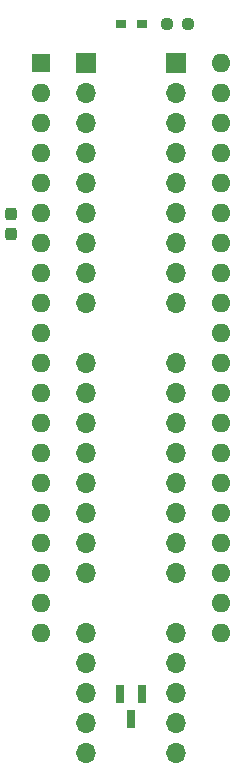
<source format=gbr>
G04 #@! TF.GenerationSoftware,KiCad,Pcbnew,8.0.4+dfsg-1*
G04 #@! TF.CreationDate,2025-03-02T10:18:41+09:00*
G04 #@! TF.ProjectId,bionic-mc68hc05c0,62696f6e-6963-42d6-9d63-363868633035,2*
G04 #@! TF.SameCoordinates,Original*
G04 #@! TF.FileFunction,Soldermask,Top*
G04 #@! TF.FilePolarity,Negative*
%FSLAX46Y46*%
G04 Gerber Fmt 4.6, Leading zero omitted, Abs format (unit mm)*
G04 Created by KiCad (PCBNEW 8.0.4+dfsg-1) date 2025-03-02 10:18:41*
%MOMM*%
%LPD*%
G01*
G04 APERTURE LIST*
G04 Aperture macros list*
%AMRoundRect*
0 Rectangle with rounded corners*
0 $1 Rounding radius*
0 $2 $3 $4 $5 $6 $7 $8 $9 X,Y pos of 4 corners*
0 Add a 4 corners polygon primitive as box body*
4,1,4,$2,$3,$4,$5,$6,$7,$8,$9,$2,$3,0*
0 Add four circle primitives for the rounded corners*
1,1,$1+$1,$2,$3*
1,1,$1+$1,$4,$5*
1,1,$1+$1,$6,$7*
1,1,$1+$1,$8,$9*
0 Add four rect primitives between the rounded corners*
20,1,$1+$1,$2,$3,$4,$5,0*
20,1,$1+$1,$4,$5,$6,$7,0*
20,1,$1+$1,$6,$7,$8,$9,0*
20,1,$1+$1,$8,$9,$2,$3,0*%
G04 Aperture macros list end*
%ADD10O,1.700000X1.700000*%
%ADD11R,1.700000X1.700000*%
%ADD12RoundRect,0.237500X-0.250000X-0.237500X0.250000X-0.237500X0.250000X0.237500X-0.250000X0.237500X0*%
%ADD13R,0.660400X1.625600*%
%ADD14R,1.600000X1.600000*%
%ADD15O,1.600000X1.600000*%
%ADD16R,0.965200X0.762000*%
%ADD17RoundRect,0.237500X-0.237500X0.300000X-0.237500X-0.300000X0.237500X-0.300000X0.237500X0.300000X0*%
G04 APERTURE END LIST*
D10*
X117510000Y-133500000D03*
X117510000Y-130960000D03*
X117510000Y-128420000D03*
X117510000Y-125880000D03*
X117510000Y-123340000D03*
X117510000Y-118260000D03*
X117510000Y-115720000D03*
X117510000Y-113180000D03*
X117510000Y-110640000D03*
X117510000Y-108100000D03*
X117510000Y-105560000D03*
X117510000Y-103020000D03*
X117510000Y-100480000D03*
X117510000Y-95400000D03*
X117510000Y-92860000D03*
X117510000Y-90320000D03*
X117510000Y-87780000D03*
X117510000Y-85240000D03*
X117510000Y-82700000D03*
X117510000Y-80160000D03*
X117510000Y-77620000D03*
D11*
X117510000Y-75080000D03*
X109890000Y-75080000D03*
D10*
X109890000Y-77620000D03*
X109890000Y-80160000D03*
X109890000Y-82700000D03*
X109890000Y-85240000D03*
X109890000Y-87780000D03*
X109890000Y-90320000D03*
X109890000Y-92860000D03*
X109890000Y-95400000D03*
X109890000Y-100480000D03*
X109890000Y-103020000D03*
X109890000Y-105560000D03*
X109890000Y-108100000D03*
X109890000Y-110640000D03*
X109890000Y-113180000D03*
X109890000Y-115720000D03*
X109890000Y-118260000D03*
X109890000Y-123340000D03*
X109890000Y-125880000D03*
X109890000Y-128420000D03*
X109890000Y-130960000D03*
X109890000Y-133500000D03*
D12*
X116701000Y-71778000D03*
X118526000Y-71778000D03*
D13*
X114650001Y-128447000D03*
X112749999Y-128447000D03*
X113700000Y-130579000D03*
D14*
X106080000Y-75080000D03*
D15*
X106080000Y-77620000D03*
X106080000Y-80160000D03*
X106080000Y-82700000D03*
X106080000Y-85240000D03*
X106080000Y-87780000D03*
X106080000Y-90320000D03*
X106080000Y-92860000D03*
X106080000Y-95400000D03*
X106080000Y-97940000D03*
X106080000Y-100480000D03*
X106080000Y-103020000D03*
X106080000Y-105560000D03*
X106080000Y-108100000D03*
X106080000Y-110640000D03*
X106080000Y-113180000D03*
X106080000Y-115720000D03*
X106080000Y-118260000D03*
X106080000Y-120800000D03*
X106080000Y-123340000D03*
X121320000Y-123340000D03*
X121320000Y-120800000D03*
X121320000Y-118260000D03*
X121320000Y-115720000D03*
X121320000Y-113180000D03*
X121320000Y-110640000D03*
X121320000Y-108100000D03*
X121320000Y-105560000D03*
X121320000Y-103020000D03*
X121320000Y-100480000D03*
X121320000Y-97940000D03*
X121320000Y-95400000D03*
X121320000Y-92860000D03*
X121320000Y-90320000D03*
X121320000Y-87780000D03*
X121320000Y-85240000D03*
X121320000Y-82700000D03*
X121320000Y-80160000D03*
X121320000Y-77620000D03*
X121320000Y-75080000D03*
D16*
X114576300Y-71778000D03*
X112823700Y-71778000D03*
D17*
X103540000Y-87830800D03*
X103540000Y-89555800D03*
M02*

</source>
